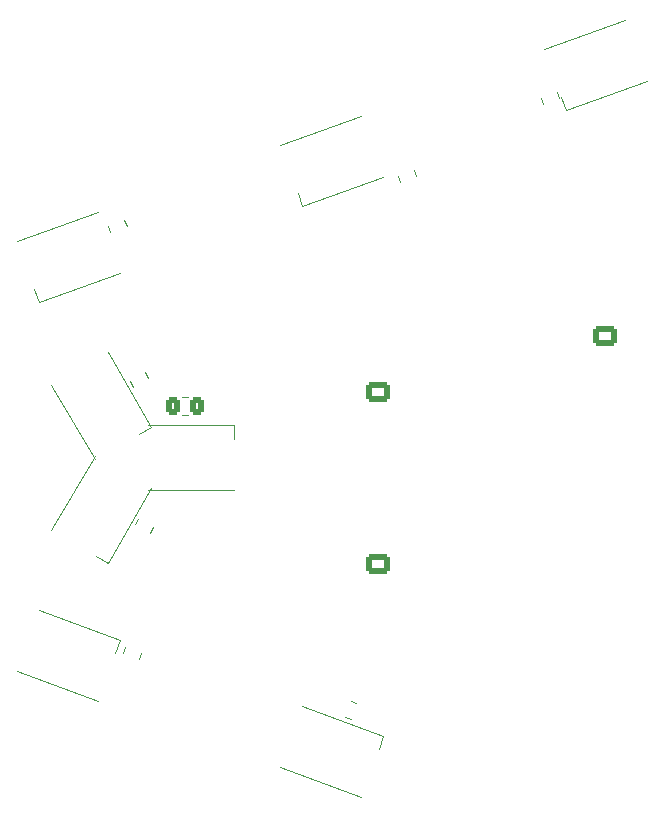
<source format=gbo>
G04 #@! TF.GenerationSoftware,KiCad,Pcbnew,7.0.1*
G04 #@! TF.CreationDate,2023-09-20T22:51:36-04:00*
G04 #@! TF.ProjectId,kirigami_pcb,6b697269-6761-46d6-995f-7063622e6b69,rev?*
G04 #@! TF.SameCoordinates,Original*
G04 #@! TF.FileFunction,Legend,Bot*
G04 #@! TF.FilePolarity,Positive*
%FSLAX46Y46*%
G04 Gerber Fmt 4.6, Leading zero omitted, Abs format (unit mm)*
G04 Created by KiCad (PCBNEW 7.0.1) date 2023-09-20 22:51:36*
%MOMM*%
%LPD*%
G01*
G04 APERTURE LIST*
G04 Aperture macros list*
%AMRoundRect*
0 Rectangle with rounded corners*
0 $1 Rounding radius*
0 $2 $3 $4 $5 $6 $7 $8 $9 X,Y pos of 4 corners*
0 Add a 4 corners polygon primitive as box body*
4,1,4,$2,$3,$4,$5,$6,$7,$8,$9,$2,$3,0*
0 Add four circle primitives for the rounded corners*
1,1,$1+$1,$2,$3*
1,1,$1+$1,$4,$5*
1,1,$1+$1,$6,$7*
1,1,$1+$1,$8,$9*
0 Add four rect primitives between the rounded corners*
20,1,$1+$1,$2,$3,$4,$5,0*
20,1,$1+$1,$4,$5,$6,$7,0*
20,1,$1+$1,$6,$7,$8,$9,0*
20,1,$1+$1,$8,$9,$2,$3,0*%
%AMRotRect*
0 Rectangle, with rotation*
0 The origin of the aperture is its center*
0 $1 length*
0 $2 width*
0 $3 Rotation angle, in degrees counterclockwise*
0 Add horizontal line*
21,1,$1,$2,0,0,$3*%
G04 Aperture macros list end*
%ADD10C,0.120000*%
%ADD11C,3.200000*%
%ADD12RoundRect,0.250000X0.750000X-0.600000X0.750000X0.600000X-0.750000X0.600000X-0.750000X-0.600000X0*%
%ADD13O,2.000000X1.700000*%
%ADD14RoundRect,0.250000X0.725000X-0.600000X0.725000X0.600000X-0.725000X0.600000X-0.725000X-0.600000X0*%
%ADD15O,1.950000X1.700000*%
%ADD16R,2.600000X2.600000*%
%ADD17C,2.600000*%
%ADD18C,3.000000*%
%ADD19RoundRect,0.250001X0.499999X0.499999X-0.499999X0.499999X-0.499999X-0.499999X0.499999X-0.499999X0*%
%ADD20C,1.500000*%
%ADD21RoundRect,0.250000X-0.242612X0.529784X-0.580112X-0.054784X0.242612X-0.529784X0.580112X0.054784X0*%
%ADD22RotRect,1.500000X0.900000X200.000000*%
%ADD23RoundRect,0.250000X0.330922X-0.479606X0.561786X0.154687X-0.330922X0.479606X-0.561786X-0.154687X0*%
%ADD24RoundRect,0.250000X-0.561786X0.154687X-0.330922X-0.479606X0.561786X-0.154687X0.330922X0.479606X0*%
%ADD25RotRect,1.500000X0.900000X240.000000*%
%ADD26RoundRect,0.250000X0.479606X0.330922X-0.154687X0.561786X-0.479606X-0.330922X0.154687X-0.561786X0*%
%ADD27R,1.500000X0.900000*%
%ADD28RotRect,1.500000X0.900000X300.000000*%
%ADD29RoundRect,0.250000X-0.580112X0.054784X-0.242612X-0.529784X0.580112X-0.054784X0.242612X0.529784X0*%
%ADD30RotRect,1.500000X0.900000X340.000000*%
%ADD31RoundRect,0.250000X-0.337500X-0.475000X0.337500X-0.475000X0.337500X0.475000X-0.337500X0.475000X0*%
G04 APERTURE END LIST*
D10*
X182457155Y-70431249D02*
X182195903Y-70883751D01*
X181184097Y-69696249D02*
X180922845Y-70148751D01*
X179626630Y-48847984D02*
X172766874Y-51344731D01*
X177745520Y-43679675D02*
X170885764Y-46176422D01*
X172766874Y-51344731D02*
X172373551Y-50264085D01*
X179879972Y-81064112D02*
X180058679Y-80573119D01*
X181261321Y-81566881D02*
X181440028Y-81075888D01*
X224266630Y-32607984D02*
X217406874Y-35104731D01*
X222385520Y-27439675D02*
X215525764Y-29936422D01*
X217406874Y-35104731D02*
X217013551Y-34024085D01*
X180026167Y-44420050D02*
X180204874Y-44911043D01*
X178644818Y-44922819D02*
X178823525Y-45413812D01*
X182252628Y-67092245D02*
X178602628Y-73414231D01*
X177489488Y-64342245D02*
X173839488Y-70664231D01*
X178602628Y-73414231D02*
X177606699Y-72839231D01*
X199164112Y-86680028D02*
X198673119Y-86501321D01*
X199666881Y-85298679D02*
X199175888Y-85119972D01*
X216666475Y-33548188D02*
X216845182Y-34039181D01*
X215285126Y-34050957D02*
X215463833Y-34541950D01*
X182000000Y-61752340D02*
X189300000Y-61752340D01*
X182000000Y-67252340D02*
X189300000Y-67252340D01*
X189300000Y-61752340D02*
X189300000Y-62902340D01*
X178602628Y-55585769D02*
X182252628Y-61907755D01*
X173839488Y-58335769D02*
X177489488Y-64657755D01*
X182252628Y-61907755D02*
X181256699Y-62482755D01*
X181747153Y-57307748D02*
X182008405Y-57760250D01*
X180474095Y-58042748D02*
X180735347Y-58495250D01*
X204536475Y-40178188D02*
X204715182Y-40669181D01*
X203155126Y-40680957D02*
X203333833Y-41171950D01*
X172774480Y-77449675D02*
X179634236Y-79946422D01*
X170893370Y-82617984D02*
X177753126Y-85114731D01*
X179634236Y-79946422D02*
X179240913Y-81027068D01*
X184891248Y-59395000D02*
X185413752Y-59395000D01*
X184891248Y-60865000D02*
X185413752Y-60865000D01*
X201946630Y-40727984D02*
X195086874Y-43224731D01*
X200065520Y-35559675D02*
X193205764Y-38056422D01*
X195086874Y-43224731D02*
X194693551Y-42144085D01*
X195091148Y-85569257D02*
X201950904Y-88066004D01*
X193210038Y-90737566D02*
X200069794Y-93234313D01*
X201950904Y-88066004D02*
X201557581Y-89146650D01*
%LPC*%
D11*
X168690000Y-52600000D03*
X227880000Y-30310000D03*
D12*
X201500000Y-59000000D03*
D13*
X201500000Y-56500000D03*
D12*
X220700000Y-54250000D03*
D13*
X220700000Y-51750000D03*
D14*
X201500000Y-73500000D03*
D15*
X201500000Y-71000000D03*
X201500000Y-68500000D03*
X201500000Y-66000000D03*
D12*
X228075000Y-54250000D03*
D13*
X228075000Y-51750000D03*
D11*
X187720000Y-83900000D03*
X192490000Y-76400000D03*
D16*
X226900000Y-45000000D03*
D17*
X226900000Y-39920000D03*
D11*
X187710000Y-44920000D03*
X192490000Y-52600000D03*
X168690000Y-76400000D03*
X206250000Y-90640000D03*
D18*
X225840000Y-66320000D03*
X218140000Y-66320000D03*
D19*
X228000000Y-62000000D03*
D20*
X225000000Y-62000000D03*
X222000000Y-62000000D03*
X219000000Y-62000000D03*
X216000000Y-62000000D03*
X228000000Y-59000000D03*
X225000000Y-59000000D03*
X222000000Y-59000000D03*
X219000000Y-59000000D03*
X216000000Y-59000000D03*
D21*
X182208750Y-69391499D03*
X181171250Y-71188501D03*
D22*
X176994111Y-45123761D03*
X178122777Y-48224746D03*
X173518283Y-49900645D03*
X172389617Y-46799660D03*
D23*
X180305154Y-82044931D03*
X181014846Y-80095069D03*
D22*
X221634111Y-28883761D03*
X222762777Y-31984746D03*
X218158283Y-33660645D03*
X217029617Y-30559660D03*
D24*
X179070000Y-43942000D03*
X179779692Y-45891862D03*
D25*
X177842116Y-65931476D03*
X180700000Y-67581476D03*
X178250000Y-71825000D03*
X175392116Y-70175000D03*
D26*
X200144931Y-86254846D03*
X198195069Y-85545154D03*
D24*
X215710308Y-33070138D03*
X216420000Y-35020000D03*
D27*
X183200000Y-66152340D03*
X183200000Y-62852340D03*
X188100000Y-62852340D03*
X188100000Y-66152340D03*
D28*
X175392116Y-58825000D03*
X178250000Y-57175000D03*
X180700000Y-61418524D03*
X177842116Y-63068524D03*
D29*
X180722500Y-57002998D03*
X181760000Y-58800000D03*
D24*
X203580308Y-39700138D03*
X204290000Y-41650000D03*
D30*
X172397223Y-81994746D03*
X173525889Y-78893761D03*
X178130383Y-80569660D03*
X177001717Y-83670645D03*
D31*
X184115000Y-60130000D03*
X186190000Y-60130000D03*
D22*
X199314111Y-37003761D03*
X200442777Y-40104746D03*
X195838283Y-41780645D03*
X194709617Y-38679660D03*
D30*
X194713891Y-90114328D03*
X195842557Y-87013343D03*
X200447051Y-88689242D03*
X199318385Y-91790227D03*
M02*

</source>
